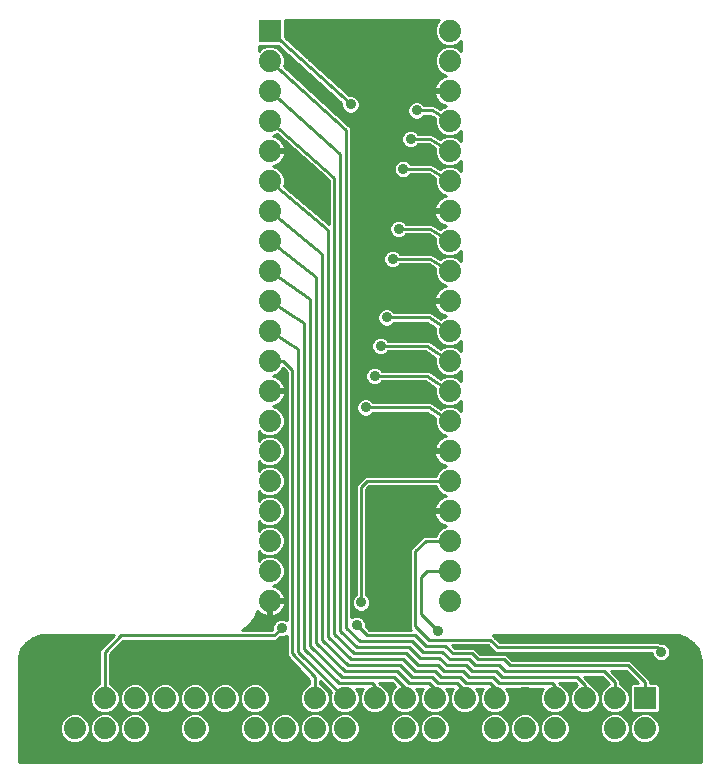
<source format=gbl>
G75*
%MOIN*%
%OFA0B0*%
%FSLAX24Y24*%
%IPPOS*%
%LPD*%
%AMOC8*
5,1,8,0,0,1.08239X$1,22.5*
%
%ADD10R,0.0740X0.0740*%
%ADD11C,0.0740*%
%ADD12C,0.0100*%
%ADD13C,0.0350*%
%ADD14C,0.0090*%
D10*
X021150Y002400D03*
X008650Y024650D03*
D11*
X008650Y023650D03*
X008650Y022650D03*
X008650Y021650D03*
X008650Y020650D03*
X008650Y019650D03*
X008650Y018650D03*
X008650Y017650D03*
X008650Y016650D03*
X008650Y015650D03*
X008650Y014650D03*
X008650Y013650D03*
X008650Y012650D03*
X008650Y011650D03*
X008650Y010650D03*
X008650Y009650D03*
X008650Y008650D03*
X008650Y007650D03*
X008650Y006650D03*
X008650Y005650D03*
X008150Y002400D03*
X008150Y001400D03*
X007150Y001400D03*
X007150Y002400D03*
X006150Y002400D03*
X006150Y001400D03*
X005150Y001400D03*
X005150Y002400D03*
X004150Y002400D03*
X004150Y001400D03*
X003150Y001400D03*
X003150Y002400D03*
X002150Y002400D03*
X002150Y001400D03*
X009150Y001400D03*
X009150Y002400D03*
X010150Y002400D03*
X010150Y001400D03*
X011150Y001400D03*
X011150Y002400D03*
X012150Y002400D03*
X012150Y001400D03*
X013150Y001400D03*
X013150Y002400D03*
X014150Y002400D03*
X014150Y001400D03*
X015150Y001400D03*
X015150Y002400D03*
X016150Y002400D03*
X016150Y001400D03*
X017150Y001400D03*
X017150Y002400D03*
X018150Y002400D03*
X018150Y001400D03*
X019150Y001400D03*
X019150Y002400D03*
X020150Y002400D03*
X020150Y001400D03*
X021150Y001400D03*
X014650Y005650D03*
X014650Y006650D03*
X014650Y007650D03*
X014650Y008650D03*
X014650Y009650D03*
X014650Y010650D03*
X014650Y011650D03*
X014650Y012650D03*
X014650Y013650D03*
X014650Y014650D03*
X014650Y015650D03*
X014650Y016650D03*
X014650Y017650D03*
X014650Y018650D03*
X014650Y019650D03*
X014650Y020650D03*
X014650Y021650D03*
X014650Y022650D03*
X014650Y023650D03*
X014650Y024650D03*
D12*
X000285Y003650D02*
X000285Y000285D01*
X023015Y000285D01*
X023015Y003650D01*
X023004Y003785D01*
X022921Y004043D01*
X022762Y004262D01*
X022543Y004421D01*
X022285Y004504D01*
X022150Y004515D01*
X016090Y004515D01*
X016180Y004425D01*
X016325Y004280D01*
X021625Y004280D01*
X021650Y004255D01*
X021761Y004255D01*
X021873Y004209D01*
X021959Y004123D01*
X022005Y004011D01*
X022005Y003889D01*
X021959Y003777D01*
X021873Y003691D01*
X021761Y003645D01*
X021639Y003645D01*
X021527Y003691D01*
X021441Y003777D01*
X021395Y003889D01*
X021395Y003920D01*
X016175Y003920D01*
X015925Y004170D01*
X014735Y004170D01*
X014825Y004080D01*
X015475Y004080D01*
X015580Y003975D01*
X015675Y003880D01*
X016525Y003880D01*
X016630Y003775D01*
X016725Y003680D01*
X020675Y003680D01*
X020780Y003575D01*
X021330Y003025D01*
X021330Y002900D01*
X021574Y002900D01*
X021650Y002824D01*
X021650Y001976D01*
X021574Y001900D01*
X020726Y001900D01*
X020650Y001976D01*
X020650Y002824D01*
X020726Y002900D01*
X020945Y002900D01*
X020525Y003320D01*
X020035Y003320D01*
X020330Y003025D01*
X020330Y002867D01*
X020433Y002824D01*
X020574Y002683D01*
X020650Y002499D01*
X020650Y002301D01*
X020574Y002117D01*
X020433Y001976D01*
X020249Y001900D01*
X020051Y001900D01*
X019867Y001824D01*
X019726Y001683D01*
X019650Y001499D01*
X019650Y001301D01*
X019726Y001117D01*
X019867Y000976D01*
X020051Y000900D01*
X020249Y000900D01*
X020433Y000976D01*
X020574Y001117D01*
X020650Y001301D01*
X020650Y001499D01*
X020574Y001683D01*
X020433Y001824D01*
X020249Y001900D01*
X020051Y001900D01*
X019867Y001976D01*
X019726Y002117D01*
X019650Y002301D01*
X019650Y002499D01*
X019726Y002683D01*
X019867Y002824D01*
X019970Y002867D01*
X019970Y002875D01*
X019725Y003120D01*
X019135Y003120D01*
X019330Y002925D01*
X019330Y002867D01*
X019433Y002824D01*
X019574Y002683D01*
X019650Y002499D01*
X019650Y002301D01*
X019574Y002117D01*
X019433Y001976D01*
X019249Y001900D01*
X019051Y001900D01*
X018867Y001976D01*
X018726Y002117D01*
X018650Y002301D01*
X018650Y002499D01*
X018726Y002683D01*
X018867Y002824D01*
X018906Y002840D01*
X018825Y002920D01*
X018285Y002920D01*
X018330Y002875D01*
X018330Y002867D01*
X018433Y002824D01*
X018574Y002683D01*
X018650Y002499D01*
X018650Y002301D01*
X018574Y002117D01*
X018433Y001976D01*
X018249Y001900D01*
X018051Y001900D01*
X017867Y001824D01*
X017726Y001683D01*
X017650Y001499D01*
X017574Y001683D01*
X017433Y001824D01*
X017249Y001900D01*
X017051Y001900D01*
X016867Y001824D01*
X016726Y001683D01*
X016650Y001499D01*
X016574Y001683D01*
X016433Y001824D01*
X016249Y001900D01*
X016051Y001900D01*
X015867Y001824D01*
X015726Y001683D01*
X015650Y001499D01*
X015650Y001301D01*
X015726Y001117D01*
X015867Y000976D01*
X016051Y000900D01*
X016249Y000900D01*
X016433Y000976D01*
X016574Y001117D01*
X016650Y001301D01*
X016650Y001499D01*
X016650Y001301D01*
X016726Y001117D01*
X016867Y000976D01*
X017051Y000900D01*
X017249Y000900D01*
X017433Y000976D01*
X017574Y001117D01*
X017650Y001301D01*
X017650Y001499D01*
X017650Y001301D01*
X017726Y001117D01*
X017867Y000976D01*
X018051Y000900D01*
X018249Y000900D01*
X018433Y000976D01*
X018574Y001117D01*
X018650Y001301D01*
X018650Y001499D01*
X018574Y001683D01*
X018433Y001824D01*
X018249Y001900D01*
X018051Y001900D01*
X017867Y001976D01*
X017726Y002117D01*
X017650Y002301D01*
X017650Y002499D01*
X017726Y002683D01*
X017763Y002720D01*
X016537Y002720D01*
X016574Y002683D01*
X016650Y002499D01*
X016650Y002301D01*
X016574Y002117D01*
X016433Y001976D01*
X016249Y001900D01*
X016051Y001900D01*
X015867Y001976D01*
X015726Y002117D01*
X015650Y002301D01*
X015650Y002499D01*
X015726Y002683D01*
X015763Y002720D01*
X015537Y002720D01*
X015574Y002683D01*
X015650Y002499D01*
X015650Y002301D01*
X015574Y002117D01*
X015433Y001976D01*
X015249Y001900D01*
X015051Y001900D01*
X014867Y001976D01*
X014726Y002117D01*
X014650Y002301D01*
X014650Y002499D01*
X014726Y002683D01*
X014763Y002720D01*
X014537Y002720D01*
X014574Y002683D01*
X014650Y002499D01*
X014650Y002301D01*
X014574Y002117D01*
X014433Y001976D01*
X014249Y001900D01*
X014051Y001900D01*
X013867Y001824D01*
X013726Y001683D01*
X013650Y001499D01*
X013650Y001301D01*
X013726Y001117D01*
X013867Y000976D01*
X014051Y000900D01*
X014249Y000900D01*
X014433Y000976D01*
X014574Y001117D01*
X014650Y001301D01*
X014650Y001499D01*
X014574Y001683D01*
X014433Y001824D01*
X014249Y001900D01*
X014051Y001900D01*
X013867Y001976D01*
X013726Y002117D01*
X013650Y002301D01*
X013650Y002499D01*
X013726Y002683D01*
X013763Y002720D01*
X013537Y002720D01*
X013574Y002683D01*
X013650Y002499D01*
X013650Y002301D01*
X013574Y002117D01*
X013433Y001976D01*
X013249Y001900D01*
X013051Y001900D01*
X012867Y001824D01*
X012726Y001683D01*
X012650Y001499D01*
X012650Y001301D01*
X012726Y001117D01*
X012867Y000976D01*
X013051Y000900D01*
X013249Y000900D01*
X013433Y000976D01*
X013574Y001117D01*
X013650Y001301D01*
X013650Y001499D01*
X013574Y001683D01*
X013433Y001824D01*
X013249Y001900D01*
X013051Y001900D01*
X012867Y001976D01*
X012726Y002117D01*
X012650Y002301D01*
X012650Y002499D01*
X012726Y002683D01*
X012844Y002801D01*
X012725Y002920D01*
X012285Y002920D01*
X012330Y002875D01*
X012330Y002867D01*
X012433Y002824D01*
X012574Y002683D01*
X012650Y002499D01*
X012650Y002301D01*
X012574Y002117D01*
X012433Y001976D01*
X012249Y001900D01*
X012051Y001900D01*
X011867Y001976D01*
X011726Y002117D01*
X011650Y002301D01*
X011650Y002499D01*
X011726Y002683D01*
X011763Y002720D01*
X011537Y002720D01*
X011574Y002683D01*
X011650Y002499D01*
X011650Y002301D01*
X011574Y002117D01*
X011433Y001976D01*
X011249Y001900D01*
X011051Y001900D01*
X010867Y001824D01*
X010726Y001683D01*
X010650Y001499D01*
X010650Y001301D01*
X010726Y001117D01*
X010867Y000976D01*
X011051Y000900D01*
X011249Y000900D01*
X011433Y000976D01*
X011574Y001117D01*
X011650Y001301D01*
X011650Y001499D01*
X011574Y001683D01*
X011433Y001824D01*
X011249Y001900D01*
X011051Y001900D01*
X010867Y001976D01*
X010726Y002117D01*
X010650Y002301D01*
X010650Y002499D01*
X010693Y002603D01*
X010330Y002965D01*
X010330Y002867D01*
X010433Y002824D01*
X010574Y002683D01*
X010650Y002499D01*
X010650Y002301D01*
X010574Y002117D01*
X010433Y001976D01*
X010249Y001900D01*
X010051Y001900D01*
X009867Y001824D01*
X009726Y001683D01*
X009650Y001499D01*
X009574Y001683D01*
X009433Y001824D01*
X009249Y001900D01*
X009051Y001900D01*
X008867Y001824D01*
X008726Y001683D01*
X008650Y001499D01*
X008650Y001301D01*
X008726Y001117D01*
X008867Y000976D01*
X009051Y000900D01*
X009249Y000900D01*
X009433Y000976D01*
X009574Y001117D01*
X009650Y001301D01*
X009650Y001499D01*
X009650Y001301D01*
X009726Y001117D01*
X009867Y000976D01*
X010051Y000900D01*
X010249Y000900D01*
X010433Y000976D01*
X010574Y001117D01*
X010650Y001301D01*
X010650Y001499D01*
X010574Y001683D01*
X010433Y001824D01*
X010249Y001900D01*
X010051Y001900D01*
X009867Y001976D01*
X009726Y002117D01*
X009650Y002301D01*
X009650Y002499D01*
X009726Y002683D01*
X009867Y002824D01*
X009970Y002867D01*
X009970Y003029D01*
X009271Y003775D01*
X009220Y003825D01*
X009220Y003829D01*
X009218Y003831D01*
X009220Y003903D01*
X009220Y004490D01*
X009111Y004445D01*
X009000Y004445D01*
X008875Y004320D01*
X003775Y004320D01*
X003330Y003875D01*
X003330Y002867D01*
X003433Y002824D01*
X003574Y002683D01*
X003650Y002499D01*
X003650Y002301D01*
X003726Y002117D01*
X003867Y001976D01*
X004051Y001900D01*
X004249Y001900D01*
X004433Y001976D01*
X004574Y002117D01*
X004650Y002301D01*
X004726Y002117D01*
X004867Y001976D01*
X005051Y001900D01*
X005249Y001900D01*
X005433Y001976D01*
X005574Y002117D01*
X005650Y002301D01*
X005726Y002117D01*
X005867Y001976D01*
X006051Y001900D01*
X006249Y001900D01*
X006433Y001976D01*
X006574Y002117D01*
X006650Y002301D01*
X006726Y002117D01*
X006867Y001976D01*
X007051Y001900D01*
X007249Y001900D01*
X007433Y001976D01*
X007574Y002117D01*
X007650Y002301D01*
X007726Y002117D01*
X007867Y001976D01*
X008051Y001900D01*
X008249Y001900D01*
X008433Y001976D01*
X008574Y002117D01*
X008650Y002301D01*
X008650Y002499D01*
X008574Y002683D01*
X008433Y002824D01*
X008249Y002900D01*
X008051Y002900D01*
X007867Y002824D01*
X007726Y002683D01*
X007650Y002499D01*
X007650Y002301D01*
X007650Y002499D01*
X007574Y002683D01*
X007433Y002824D01*
X007249Y002900D01*
X007051Y002900D01*
X006867Y002824D01*
X006726Y002683D01*
X006650Y002499D01*
X006650Y002301D01*
X006650Y002499D01*
X006574Y002683D01*
X006433Y002824D01*
X006249Y002900D01*
X006051Y002900D01*
X005867Y002824D01*
X005726Y002683D01*
X005650Y002499D01*
X005650Y002301D01*
X005650Y002499D01*
X005574Y002683D01*
X005433Y002824D01*
X005249Y002900D01*
X005051Y002900D01*
X004867Y002824D01*
X004726Y002683D01*
X004650Y002499D01*
X004650Y002301D01*
X004650Y002499D01*
X004574Y002683D01*
X004433Y002824D01*
X004249Y002900D01*
X004051Y002900D01*
X003867Y002824D01*
X003726Y002683D01*
X003650Y002499D01*
X003650Y002301D01*
X003574Y002117D01*
X003433Y001976D01*
X003249Y001900D01*
X003051Y001900D01*
X002867Y001824D01*
X002726Y001683D01*
X002650Y001499D01*
X002650Y001301D01*
X002726Y001117D01*
X002867Y000976D01*
X003051Y000900D01*
X003249Y000900D01*
X003433Y000976D01*
X003574Y001117D01*
X003650Y001301D01*
X003726Y001117D01*
X003867Y000976D01*
X004051Y000900D01*
X004249Y000900D01*
X004433Y000976D01*
X004574Y001117D01*
X004650Y001301D01*
X004650Y001499D01*
X004574Y001683D01*
X004433Y001824D01*
X004249Y001900D01*
X004051Y001900D01*
X003867Y001824D01*
X003726Y001683D01*
X003650Y001499D01*
X003650Y001301D01*
X003650Y001499D01*
X003574Y001683D01*
X003433Y001824D01*
X003249Y001900D01*
X003051Y001900D01*
X002867Y001976D01*
X002726Y002117D01*
X002650Y002301D01*
X002650Y002499D01*
X002726Y002683D01*
X002867Y002824D01*
X002970Y002867D01*
X002970Y004025D01*
X003460Y004515D01*
X001150Y004515D01*
X001015Y004504D01*
X000757Y004421D01*
X000538Y004262D01*
X000379Y004043D01*
X000296Y003785D01*
X000285Y003650D01*
X000289Y003696D02*
X002970Y003696D01*
X002970Y003598D02*
X000285Y003598D01*
X000285Y003499D02*
X002970Y003499D01*
X002970Y003401D02*
X000285Y003401D01*
X000285Y003302D02*
X002970Y003302D01*
X002970Y003204D02*
X000285Y003204D01*
X000285Y003105D02*
X002970Y003105D01*
X002970Y003007D02*
X000285Y003007D01*
X000285Y002908D02*
X002970Y002908D01*
X002852Y002810D02*
X000285Y002810D01*
X000285Y002711D02*
X002754Y002711D01*
X002697Y002613D02*
X000285Y002613D01*
X000285Y002514D02*
X002656Y002514D01*
X002650Y002416D02*
X000285Y002416D01*
X000285Y002317D02*
X002650Y002317D01*
X002684Y002219D02*
X000285Y002219D01*
X000285Y002120D02*
X002725Y002120D01*
X002821Y002022D02*
X000285Y002022D01*
X000285Y001923D02*
X002995Y001923D01*
X002868Y001825D02*
X002432Y001825D01*
X002433Y001824D02*
X002249Y001900D01*
X002051Y001900D01*
X001867Y001824D01*
X001726Y001683D01*
X001650Y001499D01*
X001650Y001301D01*
X001726Y001117D01*
X001867Y000976D01*
X002051Y000900D01*
X002249Y000900D01*
X002433Y000976D01*
X002574Y001117D01*
X002650Y001301D01*
X002650Y001499D01*
X002574Y001683D01*
X002433Y001824D01*
X002531Y001726D02*
X002769Y001726D01*
X002703Y001628D02*
X002597Y001628D01*
X002638Y001529D02*
X002662Y001529D01*
X002650Y001431D02*
X002650Y001431D01*
X002650Y001332D02*
X002650Y001332D01*
X002622Y001234D02*
X002678Y001234D01*
X002719Y001135D02*
X002581Y001135D01*
X002494Y001037D02*
X002806Y001037D01*
X002959Y000938D02*
X002341Y000938D01*
X001959Y000938D02*
X000285Y000938D01*
X000285Y000840D02*
X023015Y000840D01*
X023015Y000938D02*
X021341Y000938D01*
X021249Y000900D02*
X021433Y000976D01*
X021574Y001117D01*
X021650Y001301D01*
X021650Y001499D01*
X021574Y001683D01*
X021433Y001824D01*
X021249Y001900D01*
X021051Y001900D01*
X020867Y001824D01*
X020726Y001683D01*
X020650Y001499D01*
X020650Y001301D01*
X020726Y001117D01*
X020867Y000976D01*
X021051Y000900D01*
X021249Y000900D01*
X021494Y001037D02*
X023015Y001037D01*
X023015Y001135D02*
X021581Y001135D01*
X021622Y001234D02*
X023015Y001234D01*
X023015Y001332D02*
X021650Y001332D01*
X021650Y001431D02*
X023015Y001431D01*
X023015Y001529D02*
X021638Y001529D01*
X021597Y001628D02*
X023015Y001628D01*
X023015Y001726D02*
X021531Y001726D01*
X021432Y001825D02*
X023015Y001825D01*
X023015Y001923D02*
X021597Y001923D01*
X021650Y002022D02*
X023015Y002022D01*
X023015Y002120D02*
X021650Y002120D01*
X021650Y002219D02*
X023015Y002219D01*
X023015Y002317D02*
X021650Y002317D01*
X021650Y002416D02*
X023015Y002416D01*
X023015Y002514D02*
X021650Y002514D01*
X021650Y002613D02*
X023015Y002613D01*
X023015Y002711D02*
X021650Y002711D01*
X021650Y002810D02*
X023015Y002810D01*
X023015Y002908D02*
X021330Y002908D01*
X021330Y003007D02*
X023015Y003007D01*
X023015Y003105D02*
X021250Y003105D01*
X021151Y003204D02*
X023015Y003204D01*
X023015Y003302D02*
X021053Y003302D01*
X020954Y003401D02*
X023015Y003401D01*
X023015Y003499D02*
X020856Y003499D01*
X020757Y003598D02*
X023015Y003598D01*
X023011Y003696D02*
X021877Y003696D01*
X021966Y003795D02*
X023001Y003795D01*
X022969Y003893D02*
X022005Y003893D01*
X022005Y003992D02*
X022937Y003992D01*
X022886Y004090D02*
X021972Y004090D01*
X021893Y004189D02*
X022815Y004189D01*
X022727Y004287D02*
X016318Y004287D01*
X016219Y004386D02*
X022591Y004386D01*
X022348Y004484D02*
X016121Y004484D01*
X016000Y004350D02*
X016250Y004100D01*
X021550Y004100D01*
X021700Y003950D01*
X021523Y003696D02*
X016709Y003696D01*
X016610Y003795D02*
X021434Y003795D01*
X021395Y003893D02*
X015662Y003893D01*
X015563Y003992D02*
X016104Y003992D01*
X016005Y004090D02*
X014815Y004090D01*
X014750Y003900D02*
X014500Y004150D01*
X013850Y004150D01*
X013500Y004500D01*
X011900Y004500D01*
X011550Y004850D01*
X011828Y004977D02*
X013320Y004977D01*
X013320Y004925D02*
X013325Y004920D01*
X013325Y004728D01*
X013373Y004680D01*
X011975Y004680D01*
X011855Y004800D01*
X011855Y004911D01*
X011809Y005023D01*
X011723Y005109D01*
X011611Y005155D01*
X011489Y005155D01*
X011380Y005110D01*
X011380Y021281D01*
X011384Y021285D01*
X011380Y021355D01*
X011380Y021425D01*
X011376Y021428D01*
X011376Y021434D01*
X011324Y021481D01*
X011275Y021530D01*
X011269Y021530D01*
X009117Y023471D01*
X009150Y023551D01*
X009150Y023749D01*
X009074Y023933D01*
X008933Y024074D01*
X008749Y024150D01*
X008551Y024150D01*
X008367Y024074D01*
X008285Y023992D01*
X008285Y024150D01*
X008933Y024150D01*
X011045Y022234D01*
X011045Y022139D01*
X011091Y022027D01*
X011177Y021941D01*
X011289Y021895D01*
X011411Y021895D01*
X011523Y021941D01*
X011609Y022027D01*
X011655Y022139D01*
X011655Y022261D01*
X011609Y022373D01*
X011523Y022459D01*
X011411Y022505D01*
X011289Y022505D01*
X011284Y022503D01*
X009150Y024439D01*
X009150Y025015D01*
X014308Y025015D01*
X014226Y024933D01*
X014150Y024749D01*
X014150Y024551D01*
X014226Y024367D01*
X014367Y024226D01*
X014551Y024150D01*
X014367Y024074D01*
X014226Y023933D01*
X014150Y023749D01*
X014150Y023551D01*
X014226Y023367D01*
X014367Y023226D01*
X014532Y023158D01*
X014528Y023157D01*
X014450Y023132D01*
X014377Y023095D01*
X014311Y023047D01*
X014253Y022989D01*
X014205Y022923D01*
X014168Y022850D01*
X014143Y022772D01*
X014131Y022700D01*
X014600Y022700D01*
X014600Y022600D01*
X014131Y022600D01*
X014143Y022528D01*
X014168Y022450D01*
X014205Y022377D01*
X014253Y022311D01*
X014311Y022253D01*
X014377Y022205D01*
X014450Y022168D01*
X014528Y022143D01*
X014532Y022142D01*
X014367Y022074D01*
X014335Y022042D01*
X014161Y022144D01*
X014125Y022180D01*
X014099Y022180D01*
X014076Y022193D01*
X014027Y022180D01*
X013801Y022180D01*
X013723Y022259D01*
X013611Y022305D01*
X013489Y022305D01*
X013377Y022259D01*
X013291Y022173D01*
X013245Y022061D01*
X013245Y021939D01*
X013291Y021827D01*
X013377Y021741D01*
X013489Y021695D01*
X013611Y021695D01*
X013723Y021741D01*
X013801Y021820D01*
X014001Y021820D01*
X014150Y021733D01*
X014150Y021551D01*
X014226Y021367D01*
X014367Y021226D01*
X014551Y021150D01*
X014367Y021074D01*
X014343Y021050D01*
X014112Y021192D01*
X014075Y021230D01*
X014051Y021230D01*
X014031Y021242D01*
X013979Y021230D01*
X013601Y021230D01*
X013523Y021309D01*
X013411Y021355D01*
X013289Y021355D01*
X013177Y021309D01*
X013091Y021223D01*
X013045Y021111D01*
X013045Y020989D01*
X013091Y020877D01*
X013177Y020791D01*
X013289Y020745D01*
X013411Y020745D01*
X013523Y020791D01*
X013601Y020870D01*
X013949Y020870D01*
X014150Y020746D01*
X014150Y020551D01*
X014226Y020367D01*
X014367Y020226D01*
X014551Y020150D01*
X014367Y020074D01*
X014343Y020050D01*
X014112Y020192D01*
X014075Y020230D01*
X014051Y020230D01*
X014031Y020242D01*
X013979Y020230D01*
X013351Y020230D01*
X013273Y020309D01*
X013161Y020355D01*
X013039Y020355D01*
X012927Y020309D01*
X012841Y020223D01*
X012795Y020111D01*
X012795Y019989D01*
X012841Y019877D01*
X012927Y019791D01*
X013039Y019745D01*
X013161Y019745D01*
X013273Y019791D01*
X013351Y019870D01*
X013949Y019870D01*
X014150Y019746D01*
X014150Y019551D01*
X014226Y019367D01*
X014367Y019226D01*
X014532Y019158D01*
X014528Y019157D01*
X014450Y019132D01*
X014377Y019095D01*
X014311Y019047D01*
X014253Y018989D01*
X014205Y018923D01*
X014168Y018850D01*
X014143Y018772D01*
X014131Y018700D01*
X014600Y018700D01*
X014600Y018600D01*
X014131Y018600D01*
X014143Y018528D01*
X014168Y018450D01*
X014205Y018377D01*
X014253Y018311D01*
X014311Y018253D01*
X014377Y018205D01*
X014450Y018168D01*
X014528Y018143D01*
X014532Y018142D01*
X014367Y018074D01*
X014343Y018050D01*
X014112Y018192D01*
X014075Y018230D01*
X014051Y018230D01*
X014031Y018242D01*
X013979Y018230D01*
X013201Y018230D01*
X013123Y018309D01*
X013011Y018355D01*
X012889Y018355D01*
X012777Y018309D01*
X012691Y018223D01*
X012645Y018111D01*
X012645Y017989D01*
X012691Y017877D01*
X012777Y017791D01*
X012889Y017745D01*
X013011Y017745D01*
X013123Y017791D01*
X013201Y017870D01*
X013949Y017870D01*
X014150Y017746D01*
X014150Y017551D01*
X014226Y017367D01*
X014367Y017226D01*
X014551Y017150D01*
X014367Y017074D01*
X014343Y017050D01*
X014112Y017192D01*
X014075Y017230D01*
X014051Y017230D01*
X014031Y017242D01*
X013979Y017230D01*
X013001Y017230D01*
X012923Y017309D01*
X012811Y017355D01*
X012689Y017355D01*
X012577Y017309D01*
X012491Y017223D01*
X012445Y017111D01*
X012445Y016989D01*
X012491Y016877D01*
X012577Y016791D01*
X012689Y016745D01*
X012811Y016745D01*
X012923Y016791D01*
X013001Y016870D01*
X013949Y016870D01*
X014150Y016746D01*
X014150Y016551D01*
X014226Y016367D01*
X014367Y016226D01*
X014532Y016158D01*
X014528Y016157D01*
X014450Y016132D01*
X014377Y016095D01*
X014311Y016047D01*
X014253Y015989D01*
X014205Y015923D01*
X014168Y015850D01*
X014143Y015772D01*
X014131Y015700D01*
X014600Y015700D01*
X014600Y015600D01*
X014131Y015600D01*
X014143Y015528D01*
X014168Y015450D01*
X014205Y015377D01*
X014253Y015311D01*
X014311Y015253D01*
X014377Y015205D01*
X014450Y015168D01*
X014528Y015143D01*
X014532Y015142D01*
X014367Y015074D01*
X014350Y015057D01*
X014064Y015241D01*
X014025Y015280D01*
X014003Y015280D01*
X013985Y015292D01*
X013931Y015280D01*
X012801Y015280D01*
X012723Y015359D01*
X012611Y015405D01*
X012489Y015405D01*
X012377Y015359D01*
X012291Y015273D01*
X012245Y015161D01*
X012245Y015039D01*
X012291Y014927D01*
X012377Y014841D01*
X012489Y014795D01*
X012611Y014795D01*
X012723Y014841D01*
X012801Y014920D01*
X013897Y014920D01*
X014153Y014756D01*
X014150Y014749D01*
X014150Y014551D01*
X014226Y014367D01*
X014367Y014226D01*
X014551Y014150D01*
X014367Y014074D01*
X014356Y014063D01*
X014015Y014290D01*
X013975Y014330D01*
X013954Y014330D01*
X013938Y014341D01*
X013882Y014330D01*
X012601Y014330D01*
X012523Y014409D01*
X012411Y014455D01*
X012289Y014455D01*
X012177Y014409D01*
X012091Y014323D01*
X012045Y014211D01*
X012045Y014089D01*
X012091Y013977D01*
X012177Y013891D01*
X012289Y013845D01*
X012411Y013845D01*
X012523Y013891D01*
X012601Y013970D01*
X013846Y013970D01*
X014156Y013763D01*
X014150Y013749D01*
X014150Y013551D01*
X014226Y013367D01*
X014367Y013226D01*
X014551Y013150D01*
X014367Y013074D01*
X014356Y013063D01*
X014015Y013290D01*
X013975Y013330D01*
X013954Y013330D01*
X013938Y013341D01*
X013882Y013330D01*
X012401Y013330D01*
X012323Y013409D01*
X012211Y013455D01*
X012089Y013455D01*
X011977Y013409D01*
X011891Y013323D01*
X011845Y013211D01*
X011845Y013089D01*
X011891Y012977D01*
X011977Y012891D01*
X012089Y012845D01*
X012211Y012845D01*
X012323Y012891D01*
X012401Y012970D01*
X013846Y012970D01*
X014156Y012763D01*
X014150Y012749D01*
X014150Y012551D01*
X014226Y012367D01*
X014367Y012226D01*
X014551Y012150D01*
X014367Y012074D01*
X014350Y012057D01*
X014064Y012241D01*
X014025Y012280D01*
X014003Y012280D01*
X013985Y012292D01*
X013931Y012280D01*
X012101Y012280D01*
X012023Y012359D01*
X011911Y012405D01*
X011789Y012405D01*
X011677Y012359D01*
X011591Y012273D01*
X011545Y012161D01*
X011545Y012039D01*
X011591Y011927D01*
X011677Y011841D01*
X011789Y011795D01*
X011911Y011795D01*
X012023Y011841D01*
X012101Y011920D01*
X013897Y011920D01*
X014153Y011756D01*
X014150Y011749D01*
X014150Y011551D01*
X014226Y011367D01*
X014367Y011226D01*
X014532Y011158D01*
X014528Y011157D01*
X014450Y011132D01*
X014377Y011095D01*
X014311Y011047D01*
X014253Y010989D01*
X014205Y010923D01*
X014168Y010850D01*
X014143Y010772D01*
X014131Y010700D01*
X014600Y010700D01*
X014600Y010600D01*
X014131Y010600D01*
X014143Y010528D01*
X014168Y010450D01*
X014205Y010377D01*
X014253Y010311D01*
X014311Y010253D01*
X014377Y010205D01*
X014450Y010168D01*
X014528Y010143D01*
X014532Y010142D01*
X014367Y010074D01*
X014226Y009933D01*
X014183Y009830D01*
X011825Y009830D01*
X011625Y009630D01*
X011520Y009525D01*
X011520Y005851D01*
X011441Y005773D01*
X011395Y005661D01*
X011395Y005539D01*
X011441Y005427D01*
X011527Y005341D01*
X011639Y005295D01*
X011761Y005295D01*
X011873Y005341D01*
X011959Y005427D01*
X012005Y005539D01*
X012005Y005661D01*
X011959Y005773D01*
X011880Y005851D01*
X011880Y009375D01*
X011975Y009470D01*
X014183Y009470D01*
X014226Y009367D01*
X014367Y009226D01*
X014532Y009158D01*
X014528Y009157D01*
X014450Y009132D01*
X014377Y009095D01*
X014311Y009047D01*
X014253Y008989D01*
X014205Y008923D01*
X014168Y008850D01*
X014143Y008772D01*
X014131Y008700D01*
X014600Y008700D01*
X014600Y008600D01*
X014131Y008600D01*
X014143Y008528D01*
X014168Y008450D01*
X014205Y008377D01*
X014253Y008311D01*
X014311Y008253D01*
X014377Y008205D01*
X014450Y008168D01*
X014528Y008143D01*
X014532Y008142D01*
X014367Y008074D01*
X014226Y007933D01*
X014183Y007830D01*
X013775Y007830D01*
X013670Y007725D01*
X013320Y007375D01*
X013320Y004925D01*
X013325Y004878D02*
X011855Y004878D01*
X011875Y004780D02*
X013325Y004780D01*
X013372Y004681D02*
X011974Y004681D01*
X011756Y005075D02*
X013320Y005075D01*
X013320Y005174D02*
X011380Y005174D01*
X011380Y005272D02*
X013320Y005272D01*
X013320Y005371D02*
X011902Y005371D01*
X011976Y005469D02*
X013320Y005469D01*
X013320Y005568D02*
X012005Y005568D01*
X012003Y005666D02*
X013320Y005666D01*
X013320Y005765D02*
X011962Y005765D01*
X011880Y005863D02*
X013320Y005863D01*
X013320Y005962D02*
X011880Y005962D01*
X011880Y006060D02*
X013320Y006060D01*
X013320Y006159D02*
X011880Y006159D01*
X011880Y006257D02*
X013320Y006257D01*
X013320Y006356D02*
X011880Y006356D01*
X011880Y006454D02*
X013320Y006454D01*
X013320Y006553D02*
X011880Y006553D01*
X011880Y006651D02*
X013320Y006651D01*
X013320Y006750D02*
X011880Y006750D01*
X011880Y006848D02*
X013320Y006848D01*
X013320Y006947D02*
X011880Y006947D01*
X011880Y007045D02*
X013320Y007045D01*
X013320Y007144D02*
X011880Y007144D01*
X011880Y007242D02*
X013320Y007242D01*
X013320Y007341D02*
X011880Y007341D01*
X011880Y007439D02*
X013384Y007439D01*
X013483Y007538D02*
X011880Y007538D01*
X011880Y007636D02*
X013581Y007636D01*
X013680Y007735D02*
X011880Y007735D01*
X011880Y007833D02*
X014185Y007833D01*
X014225Y007932D02*
X011880Y007932D01*
X011880Y008030D02*
X014323Y008030D01*
X014348Y008227D02*
X011880Y008227D01*
X011880Y008129D02*
X014499Y008129D01*
X014243Y008326D02*
X011880Y008326D01*
X011880Y008424D02*
X014182Y008424D01*
X014145Y008523D02*
X011880Y008523D01*
X011880Y008621D02*
X014600Y008621D01*
X014280Y009015D02*
X011880Y009015D01*
X011880Y008917D02*
X014202Y008917D01*
X014158Y008818D02*
X011880Y008818D01*
X011880Y008720D02*
X014135Y008720D01*
X014414Y009114D02*
X011880Y009114D01*
X011880Y009212D02*
X014401Y009212D01*
X014282Y009311D02*
X011880Y009311D01*
X011914Y009409D02*
X014209Y009409D01*
X014213Y009902D02*
X011380Y009902D01*
X011380Y010000D02*
X014293Y010000D01*
X014426Y010099D02*
X011380Y010099D01*
X011380Y010197D02*
X014394Y010197D01*
X014269Y010296D02*
X011380Y010296D01*
X011380Y010394D02*
X014197Y010394D01*
X014154Y010493D02*
X011380Y010493D01*
X011380Y010591D02*
X014133Y010591D01*
X014148Y010788D02*
X011380Y010788D01*
X011380Y010690D02*
X014600Y010690D01*
X014251Y010985D02*
X011380Y010985D01*
X011380Y010887D02*
X014187Y010887D01*
X014362Y011084D02*
X011380Y011084D01*
X011380Y011182D02*
X014473Y011182D01*
X014312Y011281D02*
X011380Y011281D01*
X011380Y011379D02*
X014221Y011379D01*
X014180Y011478D02*
X011380Y011478D01*
X011380Y011576D02*
X014150Y011576D01*
X014150Y011675D02*
X011380Y011675D01*
X011380Y011773D02*
X014126Y011773D01*
X013973Y011872D02*
X012053Y011872D01*
X011850Y012100D02*
X013950Y012100D01*
X014650Y011650D01*
X014361Y012069D02*
X014332Y012069D01*
X014179Y012167D02*
X014509Y012167D01*
X014551Y012150D02*
X014749Y012150D01*
X014551Y012150D01*
X014749Y012150D02*
X014933Y012074D01*
X015015Y011992D01*
X015015Y012308D01*
X014933Y012226D01*
X014749Y012150D01*
X014791Y012167D02*
X015015Y012167D01*
X015015Y012069D02*
X014939Y012069D01*
X014973Y012266D02*
X015015Y012266D01*
X014650Y012650D02*
X013900Y013150D01*
X012150Y013150D01*
X012382Y013349D02*
X014244Y013349D01*
X014193Y013448D02*
X012229Y013448D01*
X012071Y013448D02*
X011380Y013448D01*
X011380Y013546D02*
X014152Y013546D01*
X014150Y013645D02*
X011380Y013645D01*
X011380Y013743D02*
X014150Y013743D01*
X014038Y013842D02*
X011380Y013842D01*
X011380Y013940D02*
X012129Y013940D01*
X012066Y014039D02*
X011380Y014039D01*
X011380Y014137D02*
X012045Y014137D01*
X012055Y014236D02*
X011380Y014236D01*
X011380Y014334D02*
X012103Y014334D01*
X012235Y014433D02*
X011380Y014433D01*
X011380Y014531D02*
X014158Y014531D01*
X014150Y014630D02*
X011380Y014630D01*
X011380Y014728D02*
X014150Y014728D01*
X014043Y014827D02*
X012687Y014827D01*
X012413Y014827D02*
X011380Y014827D01*
X011380Y014925D02*
X012294Y014925D01*
X012252Y015024D02*
X011380Y015024D01*
X011380Y015122D02*
X012245Y015122D01*
X012270Y015221D02*
X011380Y015221D01*
X011380Y015319D02*
X012338Y015319D01*
X012550Y015100D02*
X013950Y015100D01*
X014650Y014650D01*
X014259Y014334D02*
X013948Y014334D01*
X013902Y014334D02*
X012597Y014334D01*
X012465Y014433D02*
X014199Y014433D01*
X014096Y014236D02*
X014357Y014236D01*
X014244Y014137D02*
X014519Y014137D01*
X014551Y014150D02*
X014749Y014150D01*
X014933Y014074D01*
X015015Y013992D01*
X015015Y014308D01*
X014933Y014226D01*
X014749Y014150D01*
X014551Y014150D01*
X014781Y014137D02*
X015015Y014137D01*
X015015Y014039D02*
X014969Y014039D01*
X014943Y014236D02*
X015015Y014236D01*
X014650Y013650D02*
X013900Y014150D01*
X012350Y014150D01*
X012571Y013940D02*
X013890Y013940D01*
X014074Y013251D02*
X014342Y013251D01*
X014221Y013152D02*
X014546Y013152D01*
X014551Y013150D02*
X014749Y013150D01*
X014933Y013074D01*
X015015Y012992D01*
X015015Y013308D01*
X014933Y013226D01*
X014749Y013150D01*
X014551Y013150D01*
X014754Y013152D02*
X015015Y013152D01*
X015015Y013054D02*
X014954Y013054D01*
X014958Y013251D02*
X015015Y013251D01*
X014154Y012758D02*
X011380Y012758D01*
X011380Y012660D02*
X014150Y012660D01*
X014150Y012561D02*
X011380Y012561D01*
X011380Y012463D02*
X014186Y012463D01*
X014229Y012364D02*
X012010Y012364D01*
X011690Y012364D02*
X011380Y012364D01*
X011380Y012266D02*
X011588Y012266D01*
X011548Y012167D02*
X011380Y012167D01*
X011380Y012069D02*
X011545Y012069D01*
X011574Y011970D02*
X011380Y011970D01*
X011380Y011872D02*
X011647Y011872D01*
X011380Y012857D02*
X012061Y012857D01*
X011914Y012955D02*
X011380Y012955D01*
X011380Y013054D02*
X011860Y013054D01*
X011845Y013152D02*
X011380Y013152D01*
X011380Y013251D02*
X011862Y013251D01*
X011918Y013349D02*
X011380Y013349D01*
X012239Y012857D02*
X014016Y012857D01*
X013868Y012955D02*
X012386Y012955D01*
X014039Y012266D02*
X014327Y012266D01*
X014650Y009650D02*
X011900Y009650D01*
X011700Y009450D01*
X011700Y005600D01*
X011424Y005469D02*
X011380Y005469D01*
X011380Y005371D02*
X011498Y005371D01*
X011395Y005568D02*
X011380Y005568D01*
X011380Y005666D02*
X011397Y005666D01*
X011380Y005765D02*
X011438Y005765D01*
X011380Y005863D02*
X011520Y005863D01*
X011520Y005962D02*
X011380Y005962D01*
X011380Y006060D02*
X011520Y006060D01*
X011520Y006159D02*
X011380Y006159D01*
X011380Y006257D02*
X011520Y006257D01*
X011520Y006356D02*
X011380Y006356D01*
X011380Y006454D02*
X011520Y006454D01*
X011520Y006553D02*
X011380Y006553D01*
X011380Y006651D02*
X011520Y006651D01*
X011520Y006750D02*
X011380Y006750D01*
X011380Y006848D02*
X011520Y006848D01*
X011520Y006947D02*
X011380Y006947D01*
X011380Y007045D02*
X011520Y007045D01*
X011520Y007144D02*
X011380Y007144D01*
X011380Y007242D02*
X011520Y007242D01*
X011520Y007341D02*
X011380Y007341D01*
X011380Y007439D02*
X011520Y007439D01*
X011520Y007538D02*
X011380Y007538D01*
X011380Y007636D02*
X011520Y007636D01*
X011520Y007735D02*
X011380Y007735D01*
X011380Y007833D02*
X011520Y007833D01*
X011520Y007932D02*
X011380Y007932D01*
X011380Y008030D02*
X011520Y008030D01*
X011520Y008129D02*
X011380Y008129D01*
X011380Y008227D02*
X011520Y008227D01*
X011520Y008326D02*
X011380Y008326D01*
X011380Y008424D02*
X011520Y008424D01*
X011520Y008523D02*
X011380Y008523D01*
X011380Y008621D02*
X011520Y008621D01*
X011520Y008720D02*
X011380Y008720D01*
X011380Y008818D02*
X011520Y008818D01*
X011520Y008917D02*
X011380Y008917D01*
X011380Y009015D02*
X011520Y009015D01*
X011520Y009114D02*
X011380Y009114D01*
X011380Y009212D02*
X011520Y009212D01*
X011520Y009311D02*
X011380Y009311D01*
X011380Y009409D02*
X011520Y009409D01*
X011520Y009508D02*
X011380Y009508D01*
X011380Y009606D02*
X011601Y009606D01*
X011700Y009705D02*
X011380Y009705D01*
X011380Y009803D02*
X011798Y009803D01*
X013850Y007650D02*
X014650Y007650D01*
X013850Y007650D02*
X013500Y007300D01*
X013500Y005000D01*
X013700Y005200D02*
X013700Y006450D01*
X013900Y006650D01*
X014650Y006650D01*
X013700Y005200D02*
X014250Y004650D01*
X014650Y004350D02*
X016000Y004350D01*
X015400Y003900D02*
X014750Y003900D01*
X014650Y003700D02*
X014400Y003950D01*
X013750Y003950D01*
X013400Y004300D01*
X011650Y004300D01*
X011200Y004750D01*
X011200Y021350D01*
X008650Y023650D01*
X009020Y023987D02*
X009113Y023987D01*
X009092Y023889D02*
X009221Y023889D01*
X009133Y023790D02*
X009330Y023790D01*
X009438Y023692D02*
X009150Y023692D01*
X009150Y023593D02*
X009547Y023593D01*
X009655Y023495D02*
X009127Y023495D01*
X009200Y023396D02*
X009764Y023396D01*
X009873Y023298D02*
X009309Y023298D01*
X009419Y023199D02*
X009981Y023199D01*
X010090Y023101D02*
X009528Y023101D01*
X009637Y023002D02*
X010198Y023002D01*
X010307Y022904D02*
X009746Y022904D01*
X009856Y022805D02*
X010415Y022805D01*
X010524Y022707D02*
X009965Y022707D01*
X010074Y022608D02*
X010632Y022608D01*
X010741Y022510D02*
X010183Y022510D01*
X010292Y022411D02*
X010850Y022411D01*
X010958Y022313D02*
X010402Y022313D01*
X010511Y022214D02*
X011045Y022214D01*
X011055Y022116D02*
X010620Y022116D01*
X010729Y022017D02*
X011102Y022017D01*
X011232Y021919D02*
X010838Y021919D01*
X010948Y021820D02*
X013299Y021820D01*
X013254Y021919D02*
X011468Y021919D01*
X011598Y022017D02*
X013245Y022017D01*
X013268Y022116D02*
X011645Y022116D01*
X011655Y022214D02*
X013333Y022214D01*
X013550Y022000D02*
X014050Y022000D01*
X014650Y021650D01*
X014265Y021328D02*
X013477Y021328D01*
X013223Y021328D02*
X011381Y021328D01*
X011379Y021426D02*
X014202Y021426D01*
X014161Y021525D02*
X011280Y021525D01*
X011166Y021623D02*
X014150Y021623D01*
X014150Y021722D02*
X013675Y021722D01*
X013425Y021722D02*
X011057Y021722D01*
X011350Y022200D02*
X008650Y024650D01*
X009150Y024677D02*
X014150Y024677D01*
X014161Y024775D02*
X009150Y024775D01*
X009150Y024874D02*
X014201Y024874D01*
X014265Y024972D02*
X009150Y024972D01*
X009150Y024578D02*
X014150Y024578D01*
X014179Y024480D02*
X009150Y024480D01*
X009214Y024381D02*
X014220Y024381D01*
X014310Y024283D02*
X009323Y024283D01*
X009431Y024184D02*
X014468Y024184D01*
X014551Y024150D02*
X014749Y024150D01*
X014933Y024074D01*
X015015Y023992D01*
X015015Y024308D01*
X014933Y024226D01*
X014749Y024150D01*
X014551Y024150D01*
X014395Y024086D02*
X009540Y024086D01*
X009648Y023987D02*
X014280Y023987D01*
X014208Y023889D02*
X009757Y023889D01*
X009866Y023790D02*
X014167Y023790D01*
X014150Y023692D02*
X009974Y023692D01*
X010083Y023593D02*
X014150Y023593D01*
X014173Y023495D02*
X010191Y023495D01*
X010300Y023396D02*
X014214Y023396D01*
X014295Y023298D02*
X010408Y023298D01*
X010517Y023199D02*
X014432Y023199D01*
X014389Y023101D02*
X010625Y023101D01*
X010734Y023002D02*
X014267Y023002D01*
X014196Y022904D02*
X010843Y022904D01*
X010951Y022805D02*
X014154Y022805D01*
X014132Y022707D02*
X011060Y022707D01*
X011168Y022608D02*
X014600Y022608D01*
X014252Y022313D02*
X011634Y022313D01*
X011570Y022411D02*
X014188Y022411D01*
X014149Y022510D02*
X011277Y022510D01*
X011380Y021229D02*
X013098Y021229D01*
X013053Y021131D02*
X011380Y021131D01*
X011380Y021032D02*
X013045Y021032D01*
X013068Y020934D02*
X011380Y020934D01*
X011380Y020835D02*
X013134Y020835D01*
X013350Y021050D02*
X014000Y021050D01*
X014650Y020650D01*
X014250Y020343D02*
X013191Y020343D01*
X013337Y020244D02*
X014349Y020244D01*
X014188Y020146D02*
X014540Y020146D01*
X014551Y020150D02*
X014749Y020150D01*
X014933Y020074D01*
X015015Y019992D01*
X015015Y020308D01*
X014933Y020226D01*
X014749Y020150D01*
X014551Y020150D01*
X014760Y020146D02*
X015015Y020146D01*
X015015Y020244D02*
X014951Y020244D01*
X014960Y020047D02*
X015015Y020047D01*
X014650Y019650D02*
X014000Y020050D01*
X013100Y020050D01*
X013331Y019850D02*
X013981Y019850D01*
X014142Y019752D02*
X013176Y019752D01*
X013024Y019752D02*
X011380Y019752D01*
X011380Y019850D02*
X012869Y019850D01*
X012812Y019949D02*
X011380Y019949D01*
X011380Y020047D02*
X012795Y020047D01*
X012809Y020146D02*
X011380Y020146D01*
X011380Y020244D02*
X012863Y020244D01*
X013009Y020343D02*
X011380Y020343D01*
X011380Y020441D02*
X014195Y020441D01*
X014155Y020540D02*
X011380Y020540D01*
X011380Y020638D02*
X014150Y020638D01*
X014150Y020737D02*
X011380Y020737D01*
X011000Y020550D02*
X008650Y022650D01*
X008650Y021650D02*
X010800Y019750D01*
X010800Y004550D01*
X011450Y003900D01*
X013200Y003900D01*
X013600Y003500D01*
X014250Y003500D01*
X014450Y003300D01*
X015100Y003300D01*
X015300Y003100D01*
X016100Y003100D01*
X016300Y002900D01*
X018050Y002900D01*
X018150Y002800D01*
X018150Y002400D01*
X017754Y002711D02*
X016546Y002711D01*
X016603Y002613D02*
X017697Y002613D01*
X017656Y002514D02*
X016644Y002514D01*
X016650Y002416D02*
X017650Y002416D01*
X017650Y002317D02*
X016650Y002317D01*
X016616Y002219D02*
X017684Y002219D01*
X017725Y002120D02*
X016575Y002120D01*
X016479Y002022D02*
X017821Y002022D01*
X017995Y001923D02*
X016305Y001923D01*
X016432Y001825D02*
X016868Y001825D01*
X016900Y001900D02*
X017150Y002150D01*
X017150Y002400D01*
X016900Y001900D02*
X015650Y001900D01*
X015150Y001400D01*
X014650Y001431D02*
X015650Y001431D01*
X015662Y001529D02*
X014638Y001529D01*
X014597Y001628D02*
X015703Y001628D01*
X015769Y001726D02*
X014531Y001726D01*
X014432Y001825D02*
X015868Y001825D01*
X015995Y001923D02*
X015305Y001923D01*
X015479Y002022D02*
X015821Y002022D01*
X015725Y002120D02*
X015575Y002120D01*
X015616Y002219D02*
X015684Y002219D01*
X015650Y002317D02*
X015650Y002317D01*
X015650Y002416D02*
X015650Y002416D01*
X015644Y002514D02*
X015656Y002514D01*
X015697Y002613D02*
X015603Y002613D01*
X015546Y002711D02*
X015754Y002711D01*
X016000Y002900D02*
X016150Y002750D01*
X016150Y002400D01*
X016000Y002900D02*
X015200Y002900D01*
X015000Y003100D01*
X014350Y003100D01*
X014150Y003300D01*
X013500Y003300D01*
X013100Y003700D01*
X011350Y003700D01*
X010600Y004450D01*
X010600Y018000D01*
X008650Y019650D01*
X009059Y019949D02*
X010304Y019949D01*
X010415Y019850D02*
X009108Y019850D01*
X009074Y019933D02*
X009150Y019749D01*
X009150Y019551D01*
X009123Y019486D01*
X010620Y018219D01*
X010620Y019669D01*
X008882Y021205D01*
X008768Y021158D01*
X008772Y021157D01*
X008850Y021132D01*
X008923Y021095D01*
X008989Y021047D01*
X009047Y020989D01*
X009095Y020923D01*
X009132Y020850D01*
X009157Y020772D01*
X009169Y020700D01*
X008700Y020700D01*
X008700Y020600D01*
X009169Y020600D01*
X009157Y020528D01*
X009132Y020450D01*
X009095Y020377D01*
X009047Y020311D01*
X008989Y020253D01*
X008923Y020205D01*
X008850Y020168D01*
X008772Y020143D01*
X008768Y020142D01*
X008933Y020074D01*
X009074Y019933D01*
X008960Y020047D02*
X010192Y020047D01*
X010081Y020146D02*
X008780Y020146D01*
X008976Y020244D02*
X009969Y020244D01*
X009858Y020343D02*
X009069Y020343D01*
X009127Y020441D02*
X009746Y020441D01*
X009635Y020540D02*
X009159Y020540D01*
X009163Y020737D02*
X009412Y020737D01*
X009300Y020835D02*
X009137Y020835D01*
X009087Y020934D02*
X009189Y020934D01*
X009077Y021032D02*
X009003Y021032D01*
X008966Y021131D02*
X008852Y021131D01*
X008700Y020638D02*
X009523Y020638D01*
X009149Y019752D02*
X010526Y019752D01*
X010620Y019653D02*
X009150Y019653D01*
X009150Y019555D02*
X010620Y019555D01*
X010620Y019456D02*
X009158Y019456D01*
X009274Y019358D02*
X010620Y019358D01*
X010620Y019259D02*
X009391Y019259D01*
X009507Y019161D02*
X010620Y019161D01*
X010620Y019062D02*
X009624Y019062D01*
X009740Y018964D02*
X010620Y018964D01*
X010620Y018865D02*
X009856Y018865D01*
X009973Y018767D02*
X010620Y018767D01*
X010620Y018668D02*
X010089Y018668D01*
X010206Y018570D02*
X010620Y018570D01*
X010620Y018471D02*
X010322Y018471D01*
X010438Y018373D02*
X010620Y018373D01*
X010620Y018274D02*
X010555Y018274D01*
X011380Y018274D02*
X012743Y018274D01*
X012672Y018176D02*
X011380Y018176D01*
X011380Y018077D02*
X012645Y018077D01*
X012649Y017979D02*
X011380Y017979D01*
X011380Y017880D02*
X012690Y017880D01*
X012801Y017782D02*
X011380Y017782D01*
X011380Y017683D02*
X014150Y017683D01*
X014150Y017585D02*
X011380Y017585D01*
X011380Y017486D02*
X014177Y017486D01*
X014218Y017388D02*
X011380Y017388D01*
X011380Y017289D02*
X012558Y017289D01*
X012478Y017191D02*
X011380Y017191D01*
X011380Y017092D02*
X012445Y017092D01*
X012445Y016994D02*
X011380Y016994D01*
X011380Y016895D02*
X012484Y016895D01*
X012572Y016797D02*
X011380Y016797D01*
X011380Y016698D02*
X014150Y016698D01*
X014150Y016600D02*
X011380Y016600D01*
X011380Y016501D02*
X014171Y016501D01*
X014211Y016403D02*
X011380Y016403D01*
X011380Y016304D02*
X014289Y016304D01*
X014416Y016206D02*
X011380Y016206D01*
X011380Y016107D02*
X014402Y016107D01*
X014273Y016009D02*
X011380Y016009D01*
X011380Y015910D02*
X014199Y015910D01*
X014156Y015812D02*
X011380Y015812D01*
X011380Y015713D02*
X014134Y015713D01*
X014147Y015516D02*
X011380Y015516D01*
X011380Y015418D02*
X014185Y015418D01*
X014248Y015319D02*
X012762Y015319D01*
X014095Y015221D02*
X014356Y015221D01*
X014249Y015122D02*
X014483Y015122D01*
X014600Y015615D02*
X011380Y015615D01*
X010200Y016450D02*
X008650Y017650D01*
X008650Y016650D02*
X010000Y015700D01*
X010000Y004150D01*
X011050Y003100D01*
X012800Y003100D01*
X013150Y002750D01*
X013150Y002400D01*
X013616Y002219D02*
X013684Y002219D01*
X013650Y002317D02*
X013650Y002317D01*
X013650Y002416D02*
X013650Y002416D01*
X013644Y002514D02*
X013656Y002514D01*
X013697Y002613D02*
X013603Y002613D01*
X013546Y002711D02*
X013754Y002711D01*
X013950Y002900D02*
X014150Y002700D01*
X014150Y002400D01*
X014616Y002219D02*
X014684Y002219D01*
X014650Y002317D02*
X014650Y002317D01*
X014650Y002416D02*
X014650Y002416D01*
X014644Y002514D02*
X014656Y002514D01*
X014697Y002613D02*
X014603Y002613D01*
X014546Y002711D02*
X014754Y002711D01*
X014900Y002900D02*
X015150Y002650D01*
X015150Y002400D01*
X014821Y002022D02*
X014479Y002022D01*
X014575Y002120D02*
X014725Y002120D01*
X014995Y001923D02*
X014305Y001923D01*
X013995Y001923D02*
X013305Y001923D01*
X013432Y001825D02*
X013868Y001825D01*
X013769Y001726D02*
X013531Y001726D01*
X013597Y001628D02*
X013703Y001628D01*
X013662Y001529D02*
X013638Y001529D01*
X013650Y001431D02*
X013650Y001431D01*
X013650Y001332D02*
X013650Y001332D01*
X013622Y001234D02*
X013678Y001234D01*
X013719Y001135D02*
X013581Y001135D01*
X013494Y001037D02*
X013806Y001037D01*
X013959Y000938D02*
X013341Y000938D01*
X012959Y000938D02*
X011341Y000938D01*
X011494Y001037D02*
X012806Y001037D01*
X012719Y001135D02*
X011581Y001135D01*
X011622Y001234D02*
X012678Y001234D01*
X012650Y001332D02*
X011650Y001332D01*
X011650Y001431D02*
X012650Y001431D01*
X012662Y001529D02*
X011638Y001529D01*
X011597Y001628D02*
X012703Y001628D01*
X012769Y001726D02*
X011531Y001726D01*
X011432Y001825D02*
X012868Y001825D01*
X012995Y001923D02*
X012305Y001923D01*
X012479Y002022D02*
X012821Y002022D01*
X012725Y002120D02*
X012575Y002120D01*
X012616Y002219D02*
X012684Y002219D01*
X012650Y002317D02*
X012650Y002317D01*
X012650Y002416D02*
X012650Y002416D01*
X012644Y002514D02*
X012656Y002514D01*
X012697Y002613D02*
X012603Y002613D01*
X012546Y002711D02*
X012754Y002711D01*
X012836Y002810D02*
X012448Y002810D01*
X012297Y002908D02*
X012737Y002908D01*
X012900Y003300D02*
X013300Y002900D01*
X013950Y002900D01*
X014050Y003100D02*
X014250Y002900D01*
X014900Y002900D01*
X015400Y003300D02*
X015200Y003500D01*
X014550Y003500D01*
X014300Y003750D01*
X013650Y003750D01*
X013300Y004100D01*
X011550Y004100D01*
X011000Y004650D01*
X011000Y020550D01*
X011380Y019653D02*
X014150Y019653D01*
X014150Y019555D02*
X011380Y019555D01*
X011380Y019456D02*
X014189Y019456D01*
X014235Y019358D02*
X011380Y019358D01*
X011380Y019259D02*
X014334Y019259D01*
X014332Y019062D02*
X011380Y019062D01*
X011380Y018964D02*
X014235Y018964D01*
X014176Y018865D02*
X011380Y018865D01*
X011380Y018767D02*
X014142Y018767D01*
X014136Y018570D02*
X011380Y018570D01*
X011380Y018668D02*
X014600Y018668D01*
X014291Y018274D02*
X013157Y018274D01*
X012950Y018050D02*
X014000Y018050D01*
X014650Y017650D01*
X014304Y017289D02*
X012942Y017289D01*
X012750Y017050D02*
X014000Y017050D01*
X014650Y016650D01*
X015014Y016994D02*
X015015Y016994D01*
X015015Y016992D02*
X014933Y017074D01*
X014749Y017150D01*
X014551Y017150D01*
X014749Y017150D01*
X014933Y017226D01*
X015015Y017308D01*
X015015Y016992D01*
X015015Y017092D02*
X014889Y017092D01*
X014847Y017191D02*
X015015Y017191D01*
X015015Y017289D02*
X014996Y017289D01*
X014453Y017191D02*
X014115Y017191D01*
X014275Y017092D02*
X014411Y017092D01*
X014068Y016797D02*
X012928Y016797D01*
X013099Y017782D02*
X014093Y017782D01*
X014299Y018077D02*
X014374Y018077D01*
X014436Y018176D02*
X014139Y018176D01*
X014209Y018373D02*
X011380Y018373D01*
X011380Y018471D02*
X014161Y018471D01*
X014525Y019161D02*
X011380Y019161D01*
X010400Y017200D02*
X010400Y004350D01*
X011250Y003500D01*
X013000Y003500D01*
X013400Y003100D01*
X014050Y003100D01*
X014650Y003700D02*
X015300Y003700D01*
X015500Y003500D01*
X016300Y003500D01*
X016500Y003300D01*
X019800Y003300D01*
X020150Y002950D01*
X020150Y002400D01*
X020616Y002219D02*
X020650Y002219D01*
X020650Y002317D02*
X020650Y002317D01*
X020650Y002416D02*
X020650Y002416D01*
X020644Y002514D02*
X020650Y002514D01*
X020650Y002613D02*
X020603Y002613D01*
X020650Y002711D02*
X020546Y002711D01*
X020448Y002810D02*
X020650Y002810D01*
X020839Y003007D02*
X020330Y003007D01*
X020330Y002908D02*
X020937Y002908D01*
X021150Y002950D02*
X020600Y003500D01*
X016650Y003500D01*
X016450Y003700D01*
X015600Y003700D01*
X015400Y003900D01*
X015400Y003300D02*
X016200Y003300D01*
X016400Y003100D01*
X018900Y003100D01*
X019150Y002850D01*
X019150Y002400D01*
X019546Y002711D02*
X019754Y002711D01*
X019697Y002613D02*
X019603Y002613D01*
X019644Y002514D02*
X019656Y002514D01*
X019650Y002416D02*
X019650Y002416D01*
X019650Y002317D02*
X019650Y002317D01*
X019616Y002219D02*
X019684Y002219D01*
X019725Y002120D02*
X019575Y002120D01*
X019479Y002022D02*
X019821Y002022D01*
X019995Y001923D02*
X019305Y001923D01*
X018995Y001923D02*
X018305Y001923D01*
X018432Y001825D02*
X019868Y001825D01*
X019769Y001726D02*
X018531Y001726D01*
X018597Y001628D02*
X019703Y001628D01*
X019662Y001529D02*
X018638Y001529D01*
X018650Y001431D02*
X019650Y001431D01*
X019650Y001332D02*
X018650Y001332D01*
X018622Y001234D02*
X019678Y001234D01*
X019719Y001135D02*
X018581Y001135D01*
X018494Y001037D02*
X019806Y001037D01*
X019959Y000938D02*
X018341Y000938D01*
X017959Y000938D02*
X017341Y000938D01*
X017494Y001037D02*
X017806Y001037D01*
X017719Y001135D02*
X017581Y001135D01*
X017622Y001234D02*
X017678Y001234D01*
X017650Y001332D02*
X017650Y001332D01*
X017650Y001431D02*
X017650Y001431D01*
X017638Y001529D02*
X017662Y001529D01*
X017703Y001628D02*
X017597Y001628D01*
X017531Y001726D02*
X017769Y001726D01*
X017868Y001825D02*
X017432Y001825D01*
X016769Y001726D02*
X016531Y001726D01*
X016597Y001628D02*
X016703Y001628D01*
X016662Y001529D02*
X016638Y001529D01*
X016650Y001431D02*
X016650Y001431D01*
X016650Y001332D02*
X016650Y001332D01*
X016622Y001234D02*
X016678Y001234D01*
X016719Y001135D02*
X016581Y001135D01*
X016494Y001037D02*
X016806Y001037D01*
X016959Y000938D02*
X016341Y000938D01*
X015959Y000938D02*
X014341Y000938D01*
X014494Y001037D02*
X015806Y001037D01*
X015719Y001135D02*
X014581Y001135D01*
X014622Y001234D02*
X015678Y001234D01*
X015650Y001332D02*
X014650Y001332D01*
X013821Y002022D02*
X013479Y002022D01*
X013575Y002120D02*
X013725Y002120D01*
X012900Y003300D02*
X011150Y003300D01*
X010200Y004250D01*
X010200Y016450D01*
X010400Y017200D02*
X008650Y018650D01*
X008650Y015650D02*
X009800Y014900D01*
X009800Y004050D01*
X010950Y002900D01*
X012050Y002900D01*
X012150Y002800D01*
X012150Y002400D01*
X011684Y002219D02*
X011616Y002219D01*
X011650Y002317D02*
X011650Y002317D01*
X011650Y002416D02*
X011650Y002416D01*
X011644Y002514D02*
X011656Y002514D01*
X011697Y002613D02*
X011603Y002613D01*
X011546Y002711D02*
X011754Y002711D01*
X011725Y002120D02*
X011575Y002120D01*
X011479Y002022D02*
X011821Y002022D01*
X011995Y001923D02*
X011305Y001923D01*
X010995Y001923D02*
X010305Y001923D01*
X010432Y001825D02*
X010868Y001825D01*
X010769Y001726D02*
X010531Y001726D01*
X010597Y001628D02*
X010703Y001628D01*
X010662Y001529D02*
X010638Y001529D01*
X010650Y001431D02*
X010650Y001431D01*
X010650Y001332D02*
X010650Y001332D01*
X010622Y001234D02*
X010678Y001234D01*
X010719Y001135D02*
X010581Y001135D01*
X010494Y001037D02*
X010806Y001037D01*
X010959Y000938D02*
X010341Y000938D01*
X009959Y000938D02*
X009341Y000938D01*
X009494Y001037D02*
X009806Y001037D01*
X009719Y001135D02*
X009581Y001135D01*
X009622Y001234D02*
X009678Y001234D01*
X009650Y001332D02*
X009650Y001332D01*
X009650Y001431D02*
X009650Y001431D01*
X009638Y001529D02*
X009662Y001529D01*
X009703Y001628D02*
X009597Y001628D01*
X009531Y001726D02*
X009769Y001726D01*
X009868Y001825D02*
X009432Y001825D01*
X009725Y002120D02*
X008575Y002120D01*
X008616Y002219D02*
X009684Y002219D01*
X009650Y002317D02*
X008650Y002317D01*
X008650Y002416D02*
X009650Y002416D01*
X009656Y002514D02*
X008644Y002514D01*
X008603Y002613D02*
X009697Y002613D01*
X009754Y002711D02*
X008546Y002711D01*
X008448Y002810D02*
X009852Y002810D01*
X009970Y002908D02*
X003330Y002908D01*
X003330Y003007D02*
X009970Y003007D01*
X009899Y003105D02*
X003330Y003105D01*
X003330Y003204D02*
X009806Y003204D01*
X009714Y003302D02*
X003330Y003302D01*
X003330Y003401D02*
X009622Y003401D01*
X009529Y003499D02*
X003330Y003499D01*
X003330Y003598D02*
X009437Y003598D01*
X009345Y003696D02*
X003330Y003696D01*
X003330Y003795D02*
X009251Y003795D01*
X009220Y003893D02*
X003348Y003893D01*
X003446Y003992D02*
X009220Y003992D01*
X009220Y004090D02*
X003545Y004090D01*
X003643Y004189D02*
X009220Y004189D01*
X009220Y004287D02*
X003742Y004287D01*
X003700Y004500D02*
X008800Y004500D01*
X009050Y004750D01*
X008773Y004878D02*
X007992Y004878D01*
X007963Y004837D02*
X008174Y005128D01*
X008174Y005128D01*
X008240Y005330D01*
X008253Y005311D01*
X008311Y005253D01*
X008377Y005205D01*
X008450Y005168D01*
X008528Y005143D01*
X008600Y005131D01*
X008600Y005600D01*
X008700Y005600D01*
X008700Y005700D01*
X009169Y005700D01*
X009157Y005772D01*
X009132Y005850D01*
X009095Y005923D01*
X009047Y005989D01*
X008989Y006047D01*
X008923Y006095D01*
X008850Y006132D01*
X008772Y006157D01*
X008768Y006158D01*
X008933Y006226D01*
X009074Y006367D01*
X009150Y006551D01*
X009150Y006749D01*
X009074Y006933D01*
X008933Y007074D01*
X008749Y007150D01*
X008933Y007226D01*
X009074Y007367D01*
X009150Y007551D01*
X009150Y007749D01*
X009074Y007933D01*
X008933Y008074D01*
X008749Y008150D01*
X008933Y008226D01*
X009074Y008367D01*
X009150Y008551D01*
X009150Y008749D01*
X009074Y008933D01*
X008933Y009074D01*
X008749Y009150D01*
X008933Y009226D01*
X009074Y009367D01*
X009150Y009551D01*
X009150Y009749D01*
X009074Y009933D01*
X008933Y010074D01*
X008749Y010150D01*
X008933Y010226D01*
X009074Y010367D01*
X009150Y010551D01*
X009150Y010749D01*
X009074Y010933D01*
X008933Y011074D01*
X008749Y011150D01*
X008933Y011226D01*
X009074Y011367D01*
X009150Y011551D01*
X009150Y011749D01*
X009074Y011933D01*
X008933Y012074D01*
X008768Y012142D01*
X008772Y012143D01*
X008850Y012168D01*
X008923Y012205D01*
X008989Y012253D01*
X009047Y012311D01*
X009095Y012377D01*
X009132Y012450D01*
X009157Y012528D01*
X009169Y012600D01*
X008700Y012600D01*
X008700Y012700D01*
X009169Y012700D01*
X009157Y012772D01*
X009132Y012850D01*
X009095Y012923D01*
X009047Y012989D01*
X008989Y013047D01*
X008923Y013095D01*
X008850Y013132D01*
X008772Y013157D01*
X008768Y013158D01*
X008933Y013226D01*
X009074Y013367D01*
X009090Y013406D01*
X009220Y013275D01*
X009220Y005010D01*
X009111Y005055D01*
X008989Y005055D01*
X008877Y005009D01*
X008791Y004923D01*
X008745Y004811D01*
X008745Y004700D01*
X008725Y004680D01*
X007746Y004680D01*
X007963Y004837D01*
X007963Y004837D01*
X007963Y004837D01*
X007883Y004780D02*
X008745Y004780D01*
X008726Y004681D02*
X007747Y004681D01*
X008064Y004977D02*
X008845Y004977D01*
X008772Y005143D02*
X008850Y005168D01*
X008923Y005205D01*
X008989Y005253D01*
X009047Y005311D01*
X009095Y005377D01*
X009132Y005450D01*
X009157Y005528D01*
X009169Y005600D01*
X008700Y005600D01*
X008700Y005131D01*
X008772Y005143D01*
X008700Y005174D02*
X008600Y005174D01*
X008600Y005272D02*
X008700Y005272D01*
X008700Y005371D02*
X008600Y005371D01*
X008600Y005469D02*
X008700Y005469D01*
X008700Y005568D02*
X008600Y005568D01*
X008700Y005666D02*
X009220Y005666D01*
X009220Y005568D02*
X009163Y005568D01*
X009138Y005469D02*
X009220Y005469D01*
X009220Y005371D02*
X009090Y005371D01*
X009007Y005272D02*
X009220Y005272D01*
X009220Y005174D02*
X008860Y005174D01*
X009220Y005075D02*
X008135Y005075D01*
X008189Y005174D02*
X008440Y005174D01*
X008293Y005272D02*
X008221Y005272D01*
X008970Y006060D02*
X009220Y006060D01*
X009220Y005962D02*
X009066Y005962D01*
X009125Y005863D02*
X009220Y005863D01*
X009220Y005765D02*
X009158Y005765D01*
X009220Y006159D02*
X008770Y006159D01*
X008964Y006257D02*
X009220Y006257D01*
X009220Y006356D02*
X009063Y006356D01*
X009110Y006454D02*
X009220Y006454D01*
X009220Y006553D02*
X009150Y006553D01*
X009150Y006651D02*
X009220Y006651D01*
X009220Y006750D02*
X009150Y006750D01*
X009109Y006848D02*
X009220Y006848D01*
X009220Y006947D02*
X009061Y006947D01*
X008962Y007045D02*
X009220Y007045D01*
X009220Y007144D02*
X008765Y007144D01*
X008749Y007150D02*
X008551Y007150D01*
X008367Y007226D01*
X008285Y007308D01*
X008285Y006992D01*
X008367Y007074D01*
X008551Y007150D01*
X008749Y007150D01*
X008535Y007144D02*
X008285Y007144D01*
X008285Y007242D02*
X008351Y007242D01*
X008338Y007045D02*
X008285Y007045D01*
X008949Y007242D02*
X009220Y007242D01*
X009220Y007341D02*
X009048Y007341D01*
X009104Y007439D02*
X009220Y007439D01*
X009220Y007538D02*
X009145Y007538D01*
X009150Y007636D02*
X009220Y007636D01*
X009220Y007735D02*
X009150Y007735D01*
X009115Y007833D02*
X009220Y007833D01*
X009220Y007932D02*
X009075Y007932D01*
X008977Y008030D02*
X009220Y008030D01*
X009220Y008129D02*
X008801Y008129D01*
X008749Y008150D02*
X008551Y008150D01*
X008367Y008226D01*
X008285Y008308D01*
X008285Y007992D01*
X008367Y008074D01*
X008551Y008150D01*
X008749Y008150D01*
X008934Y008227D02*
X009220Y008227D01*
X009220Y008326D02*
X009033Y008326D01*
X009098Y008424D02*
X009220Y008424D01*
X009220Y008523D02*
X009138Y008523D01*
X009150Y008621D02*
X009220Y008621D01*
X009220Y008720D02*
X009150Y008720D01*
X009122Y008818D02*
X009220Y008818D01*
X009220Y008917D02*
X009081Y008917D01*
X008992Y009015D02*
X009220Y009015D01*
X009220Y009114D02*
X008838Y009114D01*
X008749Y009150D02*
X008551Y009150D01*
X008749Y009150D01*
X008899Y009212D02*
X009220Y009212D01*
X009220Y009311D02*
X009018Y009311D01*
X009091Y009409D02*
X009220Y009409D01*
X009220Y009508D02*
X009132Y009508D01*
X009150Y009606D02*
X009220Y009606D01*
X009220Y009705D02*
X009150Y009705D01*
X009128Y009803D02*
X009220Y009803D01*
X009220Y009902D02*
X009087Y009902D01*
X009007Y010000D02*
X009220Y010000D01*
X009220Y010099D02*
X008874Y010099D01*
X008863Y010197D02*
X009220Y010197D01*
X009220Y010296D02*
X009003Y010296D01*
X009085Y010394D02*
X009220Y010394D01*
X009220Y010493D02*
X009126Y010493D01*
X009150Y010591D02*
X009220Y010591D01*
X009220Y010690D02*
X009150Y010690D01*
X009134Y010788D02*
X009220Y010788D01*
X009220Y010887D02*
X009093Y010887D01*
X009022Y010985D02*
X009220Y010985D01*
X009220Y011084D02*
X008910Y011084D01*
X008827Y011182D02*
X009220Y011182D01*
X009220Y011281D02*
X008988Y011281D01*
X009079Y011379D02*
X009220Y011379D01*
X009220Y011478D02*
X009120Y011478D01*
X009150Y011576D02*
X009220Y011576D01*
X009220Y011675D02*
X009150Y011675D01*
X009140Y011773D02*
X009220Y011773D01*
X009220Y011872D02*
X009099Y011872D01*
X009037Y011970D02*
X009220Y011970D01*
X009220Y012069D02*
X008939Y012069D01*
X008846Y012167D02*
X009220Y012167D01*
X009220Y012266D02*
X009001Y012266D01*
X009085Y012364D02*
X009220Y012364D01*
X009220Y012463D02*
X009136Y012463D01*
X009162Y012561D02*
X009220Y012561D01*
X009220Y012660D02*
X008700Y012660D01*
X009071Y012955D02*
X009220Y012955D01*
X009220Y012857D02*
X009128Y012857D01*
X009159Y012758D02*
X009220Y012758D01*
X009220Y013054D02*
X008979Y013054D01*
X008958Y013251D02*
X009220Y013251D01*
X009220Y013152D02*
X008788Y013152D01*
X009056Y013349D02*
X009146Y013349D01*
X009400Y013350D02*
X009100Y013650D01*
X008650Y013650D01*
X009400Y013350D02*
X009400Y003900D01*
X010150Y003100D01*
X010150Y002400D01*
X010616Y002219D02*
X010684Y002219D01*
X010650Y002317D02*
X010650Y002317D01*
X010650Y002416D02*
X010650Y002416D01*
X010644Y002514D02*
X010656Y002514D01*
X010683Y002613D02*
X010603Y002613D01*
X010584Y002711D02*
X010546Y002711D01*
X010486Y002810D02*
X010448Y002810D01*
X010387Y002908D02*
X010330Y002908D01*
X010575Y002120D02*
X010725Y002120D01*
X010821Y002022D02*
X010479Y002022D01*
X009995Y001923D02*
X008305Y001923D01*
X008249Y001900D02*
X008051Y001900D01*
X007867Y001824D01*
X007726Y001683D01*
X007650Y001499D01*
X007650Y001301D01*
X007726Y001117D01*
X007867Y000976D01*
X008051Y000900D01*
X008249Y000900D01*
X008433Y000976D01*
X008574Y001117D01*
X008650Y001301D01*
X008650Y001499D01*
X008574Y001683D01*
X008433Y001824D01*
X008249Y001900D01*
X008432Y001825D02*
X008868Y001825D01*
X008769Y001726D02*
X008531Y001726D01*
X008597Y001628D02*
X008703Y001628D01*
X008662Y001529D02*
X008638Y001529D01*
X008650Y001431D02*
X008650Y001431D01*
X008650Y001332D02*
X008650Y001332D01*
X008622Y001234D02*
X008678Y001234D01*
X008719Y001135D02*
X008581Y001135D01*
X008494Y001037D02*
X008806Y001037D01*
X008959Y000938D02*
X008341Y000938D01*
X007959Y000938D02*
X006341Y000938D01*
X006249Y000900D02*
X006433Y000976D01*
X006574Y001117D01*
X006650Y001301D01*
X006650Y001499D01*
X006574Y001683D01*
X006433Y001824D01*
X006249Y001900D01*
X006051Y001900D01*
X005867Y001824D01*
X005726Y001683D01*
X005650Y001499D01*
X005650Y001301D01*
X005726Y001117D01*
X005867Y000976D01*
X006051Y000900D01*
X006249Y000900D01*
X006494Y001037D02*
X007806Y001037D01*
X007719Y001135D02*
X006581Y001135D01*
X006622Y001234D02*
X007678Y001234D01*
X007650Y001332D02*
X006650Y001332D01*
X006650Y001431D02*
X007650Y001431D01*
X007662Y001529D02*
X006638Y001529D01*
X006597Y001628D02*
X007703Y001628D01*
X007769Y001726D02*
X006531Y001726D01*
X006432Y001825D02*
X007868Y001825D01*
X007995Y001923D02*
X007305Y001923D01*
X007479Y002022D02*
X007821Y002022D01*
X007725Y002120D02*
X007575Y002120D01*
X007616Y002219D02*
X007684Y002219D01*
X007650Y002317D02*
X007650Y002317D01*
X007650Y002416D02*
X007650Y002416D01*
X007644Y002514D02*
X007656Y002514D01*
X007697Y002613D02*
X007603Y002613D01*
X007546Y002711D02*
X007754Y002711D01*
X007852Y002810D02*
X007448Y002810D01*
X006852Y002810D02*
X006448Y002810D01*
X006546Y002711D02*
X006754Y002711D01*
X006697Y002613D02*
X006603Y002613D01*
X006644Y002514D02*
X006656Y002514D01*
X006650Y002416D02*
X006650Y002416D01*
X006650Y002317D02*
X006650Y002317D01*
X006616Y002219D02*
X006684Y002219D01*
X006725Y002120D02*
X006575Y002120D01*
X006479Y002022D02*
X006821Y002022D01*
X006995Y001923D02*
X006305Y001923D01*
X005995Y001923D02*
X005305Y001923D01*
X005479Y002022D02*
X005821Y002022D01*
X005725Y002120D02*
X005575Y002120D01*
X005616Y002219D02*
X005684Y002219D01*
X005650Y002317D02*
X005650Y002317D01*
X005650Y002416D02*
X005650Y002416D01*
X005644Y002514D02*
X005656Y002514D01*
X005697Y002613D02*
X005603Y002613D01*
X005546Y002711D02*
X005754Y002711D01*
X005852Y002810D02*
X005448Y002810D01*
X004852Y002810D02*
X004448Y002810D01*
X004546Y002711D02*
X004754Y002711D01*
X004697Y002613D02*
X004603Y002613D01*
X004644Y002514D02*
X004656Y002514D01*
X004650Y002416D02*
X004650Y002416D01*
X004650Y002317D02*
X004650Y002317D01*
X004616Y002219D02*
X004684Y002219D01*
X004725Y002120D02*
X004575Y002120D01*
X004479Y002022D02*
X004821Y002022D01*
X004995Y001923D02*
X004305Y001923D01*
X004432Y001825D02*
X005868Y001825D01*
X005769Y001726D02*
X004531Y001726D01*
X004597Y001628D02*
X005703Y001628D01*
X005662Y001529D02*
X004638Y001529D01*
X004650Y001431D02*
X005650Y001431D01*
X005650Y001332D02*
X004650Y001332D01*
X004622Y001234D02*
X005678Y001234D01*
X005719Y001135D02*
X004581Y001135D01*
X004494Y001037D02*
X005806Y001037D01*
X005959Y000938D02*
X004341Y000938D01*
X003959Y000938D02*
X003341Y000938D01*
X003494Y001037D02*
X003806Y001037D01*
X003719Y001135D02*
X003581Y001135D01*
X003622Y001234D02*
X003678Y001234D01*
X003650Y001332D02*
X003650Y001332D01*
X003650Y001431D02*
X003650Y001431D01*
X003638Y001529D02*
X003662Y001529D01*
X003703Y001628D02*
X003597Y001628D01*
X003531Y001726D02*
X003769Y001726D01*
X003868Y001825D02*
X003432Y001825D01*
X003305Y001923D02*
X003995Y001923D01*
X003821Y002022D02*
X003479Y002022D01*
X003575Y002120D02*
X003725Y002120D01*
X003684Y002219D02*
X003616Y002219D01*
X003650Y002317D02*
X003650Y002317D01*
X003650Y002416D02*
X003650Y002416D01*
X003644Y002514D02*
X003656Y002514D01*
X003697Y002613D02*
X003603Y002613D01*
X003546Y002711D02*
X003754Y002711D01*
X003852Y002810D02*
X003448Y002810D01*
X003150Y002400D02*
X003150Y003950D01*
X003700Y004500D01*
X003429Y004484D02*
X000952Y004484D01*
X000709Y004386D02*
X003331Y004386D01*
X003232Y004287D02*
X000573Y004287D01*
X000485Y004189D02*
X003134Y004189D01*
X003035Y004090D02*
X000414Y004090D01*
X000363Y003992D02*
X002970Y003992D01*
X002970Y003893D02*
X000331Y003893D01*
X000299Y003795D02*
X002970Y003795D01*
X001868Y001825D02*
X000285Y001825D01*
X000285Y001726D02*
X001769Y001726D01*
X001703Y001628D02*
X000285Y001628D01*
X000285Y001529D02*
X001662Y001529D01*
X001650Y001431D02*
X000285Y001431D01*
X000285Y001332D02*
X001650Y001332D01*
X001678Y001234D02*
X000285Y001234D01*
X000285Y001135D02*
X001719Y001135D01*
X001806Y001037D02*
X000285Y001037D01*
X000285Y000741D02*
X023015Y000741D01*
X023015Y000643D02*
X000285Y000643D01*
X000285Y000544D02*
X023015Y000544D01*
X023015Y000446D02*
X000285Y000446D01*
X000285Y000347D02*
X023015Y000347D01*
X021150Y002400D02*
X021150Y002950D01*
X020740Y003105D02*
X020250Y003105D01*
X020151Y003204D02*
X020642Y003204D01*
X020543Y003302D02*
X020053Y003302D01*
X019839Y003007D02*
X019248Y003007D01*
X019330Y002908D02*
X019937Y002908D01*
X019852Y002810D02*
X019448Y002810D01*
X019740Y003105D02*
X019150Y003105D01*
X018837Y002908D02*
X018297Y002908D01*
X018448Y002810D02*
X018852Y002810D01*
X018754Y002711D02*
X018546Y002711D01*
X018603Y002613D02*
X018697Y002613D01*
X018656Y002514D02*
X018644Y002514D01*
X018650Y002416D02*
X018650Y002416D01*
X018650Y002317D02*
X018650Y002317D01*
X018616Y002219D02*
X018684Y002219D01*
X018725Y002120D02*
X018575Y002120D01*
X018479Y002022D02*
X018821Y002022D01*
X020305Y001923D02*
X020703Y001923D01*
X020650Y002022D02*
X020479Y002022D01*
X020575Y002120D02*
X020650Y002120D01*
X020432Y001825D02*
X020868Y001825D01*
X020769Y001726D02*
X020531Y001726D01*
X020597Y001628D02*
X020703Y001628D01*
X020662Y001529D02*
X020638Y001529D01*
X020650Y001431D02*
X020650Y001431D01*
X020650Y001332D02*
X020650Y001332D01*
X020622Y001234D02*
X020678Y001234D01*
X020719Y001135D02*
X020581Y001135D01*
X020494Y001037D02*
X020806Y001037D01*
X020959Y000938D02*
X020341Y000938D01*
X011150Y002400D02*
X009600Y003950D01*
X009600Y014050D01*
X008650Y014650D01*
X008285Y011308D02*
X008367Y011226D01*
X008551Y011150D01*
X008749Y011150D01*
X008551Y011150D01*
X008367Y011074D01*
X008285Y010992D01*
X008285Y011308D01*
X008285Y011281D02*
X008312Y011281D01*
X008285Y011182D02*
X008473Y011182D01*
X008390Y011084D02*
X008285Y011084D01*
X008285Y010308D02*
X008367Y010226D01*
X008551Y010150D01*
X008749Y010150D01*
X008551Y010150D01*
X008367Y010074D01*
X008285Y009992D01*
X008285Y010308D01*
X008285Y010296D02*
X008297Y010296D01*
X008285Y010197D02*
X008437Y010197D01*
X008426Y010099D02*
X008285Y010099D01*
X008285Y010000D02*
X008293Y010000D01*
X008285Y009308D02*
X008367Y009226D01*
X008551Y009150D01*
X008367Y009074D01*
X008285Y008992D01*
X008285Y009308D01*
X008285Y009212D02*
X008401Y009212D01*
X008462Y009114D02*
X008285Y009114D01*
X008285Y009015D02*
X008308Y009015D01*
X008285Y008227D02*
X008366Y008227D01*
X008285Y008129D02*
X008499Y008129D01*
X008323Y008030D02*
X008285Y008030D01*
X009205Y004484D02*
X009220Y004484D01*
X009220Y004386D02*
X008940Y004386D01*
X008479Y002022D02*
X009821Y002022D01*
X013566Y020835D02*
X014006Y020835D01*
X014213Y021131D02*
X014504Y021131D01*
X014551Y021150D02*
X014749Y021150D01*
X014933Y021074D01*
X015015Y020992D01*
X015015Y021308D01*
X014933Y021226D01*
X014749Y021150D01*
X014551Y021150D01*
X014364Y021229D02*
X014076Y021229D01*
X014796Y021131D02*
X015015Y021131D01*
X015015Y021229D02*
X014936Y021229D01*
X014975Y021032D02*
X015015Y021032D01*
X014467Y022116D02*
X014209Y022116D01*
X014365Y022214D02*
X013767Y022214D01*
X014905Y024086D02*
X015015Y024086D01*
X015015Y024184D02*
X014832Y024184D01*
X014990Y024283D02*
X015015Y024283D01*
X009004Y024086D02*
X008905Y024086D01*
X008395Y024086D02*
X008285Y024086D01*
D13*
X011350Y022200D03*
X013100Y020050D03*
X013350Y021050D03*
X013550Y022000D03*
X012950Y018050D03*
X012750Y017050D03*
X011750Y015650D03*
X012550Y015100D03*
X012350Y014150D03*
X012150Y013150D03*
X011850Y012100D03*
X011700Y005600D03*
X011550Y004850D03*
X009050Y004750D03*
X014250Y004650D03*
X021700Y003950D03*
X001000Y004100D03*
D14*
X013500Y004800D02*
X013500Y005000D01*
X013500Y004800D02*
X013950Y004350D01*
X014650Y004350D01*
M02*

</source>
